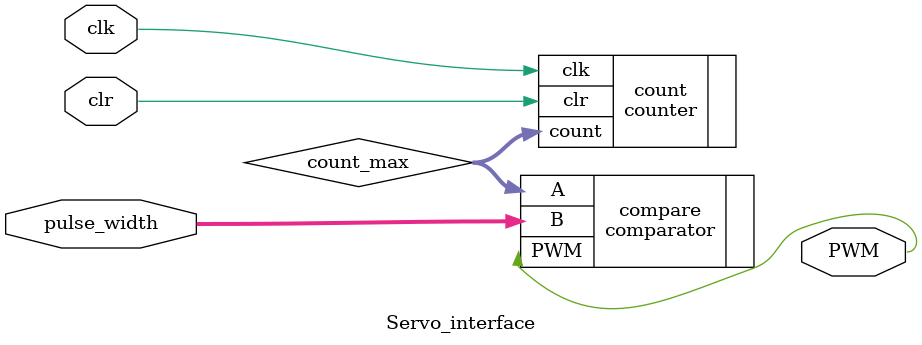
<source format=v>
`timescale 1ns / 1ps

module Servo_interface (
    // input [8:0] angle_net,
    input clr,
    // input cont,
    input [19:0] pulse_width,
    input  clk,
    output PWM
    );
    
    wire [19:0] count_max;
    // wire [19:0] value_net;
    
    //wire [15:0] sw = 16'd64; 
    
    // Convert the incoming switch value
    // to an angle.
    //sw_to_angle converter(
        //.sw(sw),
        //.angle(angle_net)
       // );
    
    // Convert the angle value to 
    // the constant value needed for the PWM.
    // angle_decoder decode(
    //     .angle(angle_net),
    //     .value(value_net), .cont(cont)
    //     );
    
    // Compare the count value from the
    // counter, with the constant value set by
    // the switches.
    comparator compare(
        .A(count_max),
        .B(pulse_width),
        .PWM(PWM)
        );
      
    // Counts up to a certain value and then resets.
    // This module creates the refresh rate of 20ms.   
    counter count(
        .clr(clr),
        .clk(clk),
        .count(count_max)
        );
  
        
endmodule

</source>
